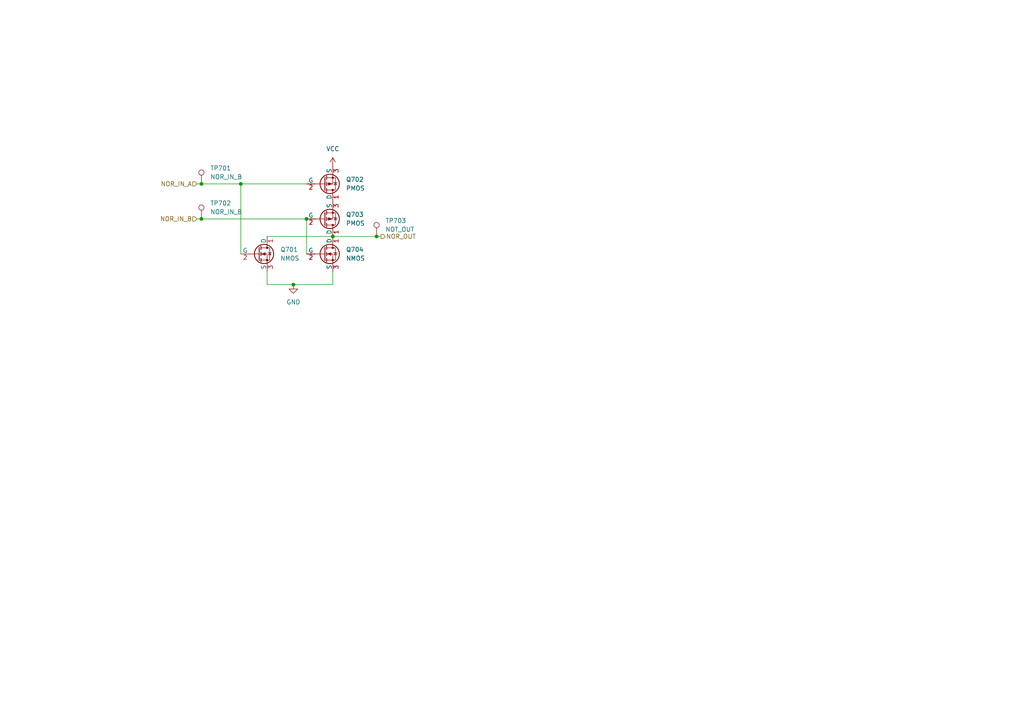
<source format=kicad_sch>
(kicad_sch (version 20250114) (generator "eeschema") (generator_version "9.0")
  (paper "A4")
  (lib_symbols
    (symbol "Connector:TestPoint" (pin_numbers (hide yes)) (pin_names (offset 0.762) (hide yes))
      (property "Reference" "TP" (at 0 6.858 0))
      (property "Value" "TestPoint" (at 0 5.08 0))
      (symbol "TestPoint_0_1"
        (circle (center 0 3.302) (radius 0.762))
      )
      (symbol "TestPoint_1_1"
        (pin passive line (at 0 0 90) (length 2.54) (name "1") (number "1"))
      )
    )
    (symbol "Simulation_SPICE:NMOS" (pin_names (offset 0))
      (property "Reference" "Q" (at 5.08 1.27 0))
      (property "Value" "NMOS" (at 5.08 -1.27 0))
      (symbol "NMOS_0_1"
        (polyline (pts (xy 0.254 1.905) (xy 0.254 -1.905)) (stroke (width 0.254)))
        (polyline (pts (xy 0.254 0) (xy -2.54 0)))
        (polyline (pts (xy 0.762 2.286) (xy 0.762 1.27)) (stroke (width 0.254)))
        (polyline (pts (xy 0.762 0.508) (xy 0.762 -0.508)) (stroke (width 0.254)))
        (polyline (pts (xy 0.762 -1.27) (xy 0.762 -2.286)) (stroke (width 0.254)))
        (polyline (pts (xy 0.762 -1.778) (xy 3.302 -1.778) (xy 3.302 1.778) (xy 0.762 1.778)))
        (polyline (pts (xy 1.016 0) (xy 2.032 0.381) (xy 2.032 -0.381) (xy 1.016 0)) (fill (type outline)))
        (circle (center 1.651 0) (radius 2.794) (stroke (width 0.254)))
        (polyline (pts (xy 2.54 2.54) (xy 2.54 1.778)))
        (circle (center 2.54 1.778) (radius 0.254) (fill (type outline)))
        (circle (center 2.54 -1.778) (radius 0.254) (fill (type outline)))
        (polyline (pts (xy 2.54 -2.54) (xy 2.54 0) (xy 0.762 0)))
        (polyline (pts (xy 2.794 0.508) (xy 2.921 0.381) (xy 3.683 0.381) (xy 3.81 0.254)))
        (polyline (pts (xy 3.302 0.381) (xy 2.921 -0.254) (xy 3.683 -0.254) (xy 3.302 0.381)))
      )
      (symbol "NMOS_1_1"
        (pin input line (at -5.08 0 0) (length 2.54) (name "G") (number "2"))
        (pin passive line (at 2.54 5.08 270) (length 2.54) (name "D") (number "1"))
        (pin passive line (at 2.54 -5.08 90) (length 2.54) (name "S") (number "3"))
      )
    )
    (symbol "Simulation_SPICE:PMOS" (pin_names (offset 0))
      (property "Reference" "Q" (at 5.08 1.27 0))
      (property "Value" "PMOS" (at 5.08 -1.27 0))
      (symbol "PMOS_0_1"
        (polyline (pts (xy 0.254 1.905) (xy 0.254 -1.905)) (stroke (width 0.254)))
        (polyline (pts (xy 0.254 0) (xy -2.54 0)))
        (polyline (pts (xy 0.762 2.286) (xy 0.762 1.27)) (stroke (width 0.254)))
        (polyline (pts (xy 0.762 1.778) (xy 3.302 1.778) (xy 3.302 -1.778) (xy 0.762 -1.778)))
        (polyline (pts (xy 0.762 0.508) (xy 0.762 -0.508)) (stroke (width 0.254)))
        (polyline (pts (xy 0.762 -1.27) (xy 0.762 -2.286)) (stroke (width 0.254)))
        (circle (center 1.651 0) (radius 2.794) (stroke (width 0.254)))
        (polyline (pts (xy 2.286 0) (xy 1.27 0.381) (xy 1.27 -0.381) (xy 2.286 0)) (fill (type outline)))
        (polyline (pts (xy 2.54 2.54) (xy 2.54 1.778)))
        (circle (center 2.54 1.778) (radius 0.254) (fill (type outline)))
        (circle (center 2.54 -1.778) (radius 0.254) (fill (type outline)))
        (polyline (pts (xy 2.54 -2.54) (xy 2.54 0) (xy 0.762 0)))
        (polyline (pts (xy 2.794 -0.508) (xy 2.921 -0.381) (xy 3.683 -0.381) (xy 3.81 -0.254)))
        (polyline (pts (xy 3.302 -0.381) (xy 2.921 0.254) (xy 3.683 0.254) (xy 3.302 -0.381)))
      )
      (symbol "PMOS_1_1"
        (pin input line (at -5.08 0 0) (length 2.54) (name "G") (number "2"))
        (pin passive line (at 2.54 5.08 270) (length 2.54) (name "D") (number "1"))
        (pin passive line (at 2.54 -5.08 90) (length 2.54) (name "S") (number "3"))
      )
    )
    (symbol "power:GND" (power) (pin_numbers (hide yes)) (pin_names (offset 0) (hide yes))
      (property "Value" "GND" (at 0 -3.81 0))
      (symbol "GND_0_1"
        (polyline (pts (xy 0 0) (xy 0 -1.27) (xy 1.27 -1.27) (xy 0 -2.54) (xy -1.27 -1.27) (xy 0 -1.27)))
      )
      (symbol "GND_1_1"
        (pin power_in line (at 0 0 270) (length 0) (name "~") (number "1"))
      )
    )
    (symbol "power:VCC" (power) (pin_numbers (hide yes)) (pin_names (offset 0) (hide yes))
      (property "Value" "VCC" (at 0 3.556 0))
      (symbol "VCC_0_1"
        (polyline (pts (xy -0.762 1.27) (xy 0 2.54)))
        (polyline (pts (xy 0 2.54) (xy 0.762 1.27)))
        (polyline (pts (xy 0 0) (xy 0 2.54)))
      )
      (symbol "VCC_1_1"
        (pin power_in line (at 0 0 90) (length 0) (name "~") (number "1"))
      )
    )
  )
  (junction (at 58.42 53.34))
  (junction (at 85.09 82.55))
  (junction (at 96.52 68.58))
  (junction (at 88.9 63.5))
  (junction (at 109.22 68.58))
  (junction (at 69.85 53.34))
  (junction (at 58.42 63.5))
  (wire (pts (xy 77.47 78.74) (xy 77.47 82.55)))
  (wire (pts (xy 58.42 63.5) (xy 88.9 63.5)))
  (wire (pts (xy 85.09 82.55) (xy 96.52 82.55)))
  (wire (pts (xy 77.47 68.58) (xy 96.52 68.58)))
  (wire (pts (xy 58.42 53.34) (xy 69.85 53.34)))
  (wire (pts (xy 57.15 53.34) (xy 58.42 53.34)))
  (wire (pts (xy 96.52 82.55) (xy 96.52 78.74)))
  (wire (pts (xy 88.9 53.34) (xy 69.85 53.34)))
  (wire (pts (xy 96.52 68.58) (xy 109.22 68.58)))
  (wire (pts (xy 57.15 63.5) (xy 58.42 63.5)))
  (wire (pts (xy 109.22 68.58) (xy 110.49 68.58)))
  (wire (pts (xy 88.9 63.5) (xy 88.9 73.66)))
  (wire (pts (xy 69.85 53.34) (xy 69.85 73.66)))
  (wire (pts (xy 77.47 82.55) (xy 85.09 82.55)))
  (hierarchical_label "NOR_IN_A" (shape input) (at 57.15 53.34 180))
  (hierarchical_label "NOR_OUT" (shape output) (at 110.49 68.58 0))
  (hierarchical_label "NOR_IN_B" (shape input) (at 57.15 63.5 180))
  (symbol (lib_id "Connector:TestPoint") (at 109.22 68.58 0) (unit 1)
    (property "Reference" "TP" (at 111.76 64.0079 0) (effects (justify left)))
    (property "Value" "NOT_OUT" (at 111.76 66.5479 0) (effects (justify left)))
    (property "Footprint" "TestPoint:TestPoint_Pad_D2.0mm" (effects (hide yes)))
    (property "Description" "test point" (effects (hide yes)))
    (instances (project "8-bit-nor" (path "" (reference "TP703") (unit 1)) (path "" (reference "TP803") (unit 1)) (path "" (reference "TP403") (unit 1)) (path "" (reference "TP303") (unit 1)) (path "" (reference "TP603") (unit 1)) (path "" (reference "TP903") (unit 1)) (path "" (reference "TP503") (unit 1))))
  )
  (symbol (lib_id "power:VCC") (at 96.52 48.26 0) (unit 1)
    (property "Reference" "#PWR" (effects (hide yes)))
    (property "Value" "VCC" (at 96.52 43.18 0))
    (property "Description" "Power symbol creates a global label with name \"VCC\"" (effects (hide yes)))
    (instances (project "8-bit-nor" (path "" (reference "#PWR0702") (unit 1)) (path "" (reference "#PWR0802") (unit 1)) (path "" (reference "#PWR0402") (unit 1)) (path "" (reference "#PWR0302") (unit 1)) (path "" (reference "#PWR0602") (unit 1)) (path "" (reference "#PWR0902") (unit 1)) (path "" (reference "#PWR0502") (unit 1))))
  )
  (symbol (lib_id "Simulation_SPICE:PMOS") (at 93.98 63.5 0) (mirror x) (unit 1)
    (property "Reference" "Q" (at 100.33 62.2299 0) (effects (justify left)))
    (property "Value" "PMOS" (at 100.33 64.7699 0) (effects (justify left)))
    (property "Footprint" "Package_TO_SOT_THT:TO-92L_Inline_Wide" (effects (hide yes)))
    (property "Datasheet" "https://ngspice.sourceforge.io/docs/ngspice-html-manual/manual.xhtml#cha_MOSFETs" (effects (hide yes)))
    (property "Description" "P-MOSFET transistor, drain/source/gate" (effects (hide yes)))
    (property "Sim.Device" "PMOS" (effects (hide yes)))
    (property "Sim.Type" "MOS1" (effects (hide yes)))
    (property "Sim.Pins" "1=D 2=G 3=S" (effects (hide yes)))
    (instances (project "8-bit-nor" (path "" (reference "Q703") (unit 1)) (path "" (reference "Q803") (unit 1)) (path "" (reference "Q403") (unit 1)) (path "" (reference "Q303") (unit 1)) (path "" (reference "Q603") (unit 1)) (path "" (reference "Q903") (unit 1)) (path "" (reference "Q503") (unit 1))))
  )
  (symbol (lib_id "power:GND") (at 85.09 82.55 0) (unit 1)
    (property "Reference" "#PWR" (effects (hide yes)))
    (property "Value" "GND" (at 85.09 87.63 0))
    (property "Description" "Power symbol creates a global label with name \"GND\" , ground" (effects (hide yes)))
    (instances (project "8-bit-nor" (path "" (reference "#PWR0701") (unit 1)) (path "" (reference "#PWR0801") (unit 1)) (path "" (reference "#PWR0401") (unit 1)) (path "" (reference "#PWR0301") (unit 1)) (path "" (reference "#PWR0601") (unit 1)) (path "" (reference "#PWR0901") (unit 1)) (path "" (reference "#PWR0501") (unit 1))))
  )
  (symbol (lib_id "Simulation_SPICE:PMOS") (at 93.98 53.34 0) (mirror x) (unit 1)
    (property "Reference" "Q" (at 100.33 52.0699 0) (effects (justify left)))
    (property "Value" "PMOS" (at 100.33 54.6099 0) (effects (justify left)))
    (property "Footprint" "Package_TO_SOT_THT:TO-92L_Inline_Wide" (effects (hide yes)))
    (property "Datasheet" "https://ngspice.sourceforge.io/docs/ngspice-html-manual/manual.xhtml#cha_MOSFETs" (effects (hide yes)))
    (property "Description" "P-MOSFET transistor, drain/source/gate" (effects (hide yes)))
    (property "Sim.Device" "PMOS" (effects (hide yes)))
    (property "Sim.Type" "MOS1" (effects (hide yes)))
    (property "Sim.Pins" "1=D 2=G 3=S" (effects (hide yes)))
    (instances (project "8-bit-nor" (path "" (reference "Q702") (unit 1)) (path "" (reference "Q802") (unit 1)) (path "" (reference "Q402") (unit 1)) (path "" (reference "Q302") (unit 1)) (path "" (reference "Q602") (unit 1)) (path "" (reference "Q902") (unit 1)) (path "" (reference "Q502") (unit 1))))
  )
  (symbol (lib_id "Simulation_SPICE:NMOS") (at 74.93 73.66 0) (unit 1)
    (property "Reference" "Q" (at 81.28 72.3899 0) (effects (justify left)))
    (property "Value" "NMOS" (at 81.28 74.9299 0) (effects (justify left)))
    (property "Footprint" "Package_TO_SOT_THT:TO-92L_Inline_Wide" (effects (hide yes)))
    (property "Datasheet" "https://ngspice.sourceforge.io/docs/ngspice-html-manual/manual.xhtml#cha_MOSFETs" (effects (hide yes)))
    (property "Description" "N-MOSFET transistor, drain/source/gate" (effects (hide yes)))
    (property "Sim.Device" "NMOS" (effects (hide yes)))
    (property "Sim.Type" "MOS1" (effects (hide yes)))
    (property "Sim.Pins" "1=D 2=G 3=S" (effects (hide yes)))
    (instances (project "8-bit-nor" (path "" (reference "Q701") (unit 1)) (path "" (reference "Q801") (unit 1)) (path "" (reference "Q401") (unit 1)) (path "" (reference "Q301") (unit 1)) (path "" (reference "Q601") (unit 1)) (path "" (reference "Q901") (unit 1)) (path "" (reference "Q501") (unit 1))))
  )
  (symbol (lib_id "Connector:TestPoint") (at 58.42 63.5 0) (unit 1)
    (property "Reference" "TP" (at 60.96 58.9279 0) (effects (justify left)))
    (property "Value" "NOR_IN_B" (at 60.96 61.4679 0) (effects (justify left)))
    (property "Footprint" "TestPoint:TestPoint_Pad_D2.0mm" (effects (hide yes)))
    (property "Description" "test point" (effects (hide yes)))
    (instances (project "8-bit-nor" (path "" (reference "TP702") (unit 1)) (path "" (reference "TP802") (unit 1)) (path "" (reference "TP402") (unit 1)) (path "" (reference "TP302") (unit 1)) (path "" (reference "TP602") (unit 1)) (path "" (reference "TP902") (unit 1)) (path "" (reference "TP502") (unit 1))))
  )
  (symbol (lib_id "Simulation_SPICE:NMOS") (at 93.98 73.66 0) (unit 1)
    (property "Reference" "Q" (at 100.33 72.3899 0) (effects (justify left)))
    (property "Value" "NMOS" (at 100.33 74.9299 0) (effects (justify left)))
    (property "Footprint" "Package_TO_SOT_THT:TO-92L_Inline_Wide" (effects (hide yes)))
    (property "Datasheet" "https://ngspice.sourceforge.io/docs/ngspice-html-manual/manual.xhtml#cha_MOSFETs" (effects (hide yes)))
    (property "Description" "N-MOSFET transistor, drain/source/gate" (effects (hide yes)))
    (property "Sim.Device" "NMOS" (effects (hide yes)))
    (property "Sim.Type" "MOS1" (effects (hide yes)))
    (property "Sim.Pins" "1=D 2=G 3=S" (effects (hide yes)))
    (instances (project "8-bit-nor" (path "" (reference "Q704") (unit 1)) (path "" (reference "Q804") (unit 1)) (path "" (reference "Q404") (unit 1)) (path "" (reference "Q304") (unit 1)) (path "" (reference "Q604") (unit 1)) (path "" (reference "Q904") (unit 1)) (path "" (reference "Q504") (unit 1))))
  )
  (symbol (lib_id "Connector:TestPoint") (at 58.42 53.34 0) (unit 1)
    (property "Reference" "TP" (at 60.96 48.7679 0) (effects (justify left)))
    (property "Value" "NOR_IN_B" (at 60.96 51.3079 0) (effects (justify left)))
    (property "Footprint" "TestPoint:TestPoint_Pad_D2.0mm" (effects (hide yes)))
    (property "Description" "test point" (effects (hide yes)))
    (instances (project "8-bit-nor" (path "" (reference "TP701") (unit 1)) (path "" (reference "TP801") (unit 1)) (path "" (reference "TP401") (unit 1)) (path "" (reference "TP301") (unit 1)) (path "" (reference "TP601") (unit 1)) (path "" (reference "TP901") (unit 1)) (path "" (reference "TP501") (unit 1))))
  )
)
</source>
